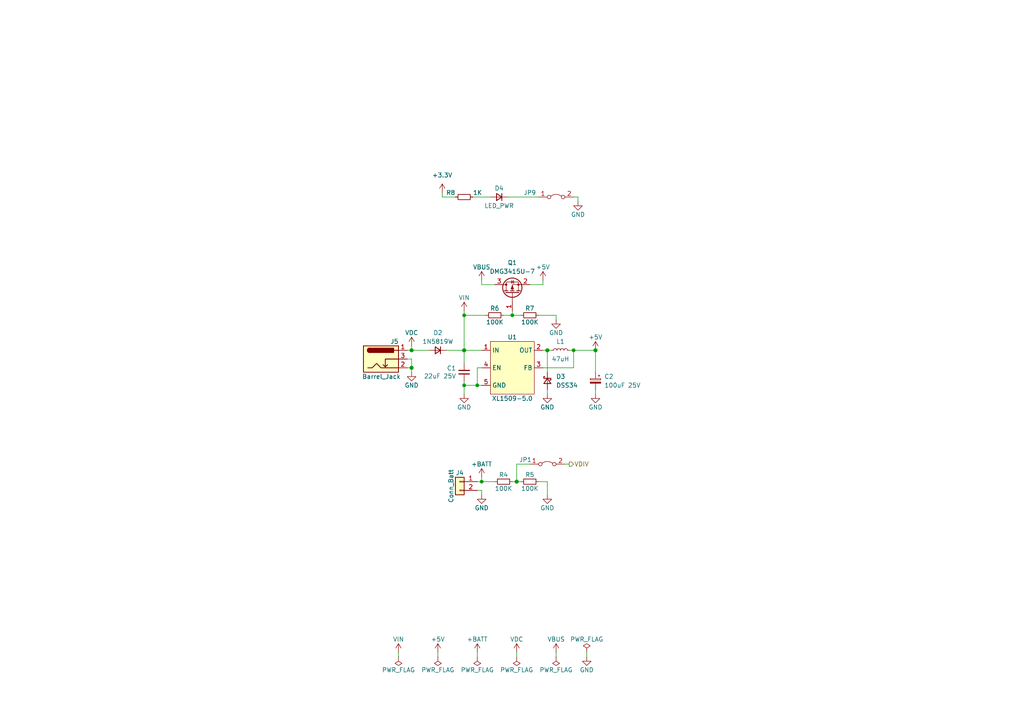
<source format=kicad_sch>
(kicad_sch (version 20231120) (generator "eeschema") (generator_version "8.0")
  (paper "A4")
  (lib_symbols
    (symbol "Connector:Barrel_Jack_Switch" (pin_names hide)
      (property "Reference" "J" (at 0 5.334 0))
      (property "Value" "Barrel_Jack_Switch" (at 0 -5.08 0))
      (symbol "Barrel_Jack_Switch_0_1"
        (rectangle (start -5.08 3.81) (end 5.08 -3.81) (stroke (width 0.254)) (fill (type background)))
        (arc (start -3.302 3.175) (mid -3.9342 2.54) (end -3.302 1.905) (stroke (width 0.254)))
        (arc (start -3.302 3.175) (mid -3.9342 2.54) (end -3.302 1.905) (stroke (width 0.254)) (fill (type outline)))
        (polyline (pts (xy 1.27 -2.286) (xy 1.905 -1.651)) (stroke (width 0.254)))
        (polyline (pts (xy 5.08 2.54) (xy 3.81 2.54)) (stroke (width 0.254)))
        (polyline (pts (xy 5.08 0) (xy 1.27 0) (xy 1.27 -2.286) (xy 0.635 -1.651)) (stroke (width 0.254)))
        (polyline (pts (xy -3.81 -2.54) (xy -2.54 -2.54) (xy -1.27 -1.27) (xy 0 -2.54) (xy 2.54 -2.54) (xy 5.08 -2.54)) (stroke (width 0.254)))
        (rectangle (start 3.683 3.175) (end -3.302 1.905) (stroke (width 0.254)) (fill (type outline)))
      )
      (symbol "Barrel_Jack_Switch_1_1"
        (pin passive line (at 7.62 2.54 180) (length 2.54) (name "~") (number "1"))
        (pin passive line (at 7.62 -2.54 180) (length 2.54) (name "~") (number "2"))
        (pin passive line (at 7.62 0 180) (length 2.54) (name "~") (number "3"))
      )
    )
    (symbol "Connector_Generic:Conn_01x02" (pin_names (offset 1.016) hide)
      (property "Reference" "J" (at 0 2.54 0))
      (property "Value" "Conn_01x02" (at 0 -5.08 0))
      (symbol "Conn_01x02_1_1"
        (rectangle (start -1.27 -2.413) (end 0 -2.667) (stroke (width 0.1524)))
        (rectangle (start -1.27 0.127) (end 0 -0.127) (stroke (width 0.1524)))
        (rectangle (start -1.27 1.27) (end 1.27 -3.81) (stroke (width 0.254)) (fill (type background)))
        (pin passive line (at -5.08 0 0) (length 3.81) (name "Pin_1") (number "1"))
        (pin passive line (at -5.08 -2.54 0) (length 3.81) (name "Pin_2") (number "2"))
      )
    )
    (symbol "Device:C_Polarized_Small" (pin_numbers hide) (pin_names (offset 0.254) hide)
      (property "Reference" "C" (at 0.254 1.778 0))
      (property "Value" "C_Polarized_Small" (at 0.254 -2.032 0))
      (symbol "C_Polarized_Small_0_1"
        (rectangle (start -1.524 -0.3048) (end 1.524 -0.6858) (fill (type outline)))
        (rectangle (start -1.524 0.6858) (end 1.524 0.3048))
        (polyline (pts (xy -1.27 1.524) (xy -0.762 1.524)))
        (polyline (pts (xy -1.016 1.27) (xy -1.016 1.778)))
      )
      (symbol "C_Polarized_Small_1_1"
        (pin passive line (at 0 2.54 270) (length 1.8542) (name "~") (number "1"))
        (pin passive line (at 0 -2.54 90) (length 1.8542) (name "~") (number "2"))
      )
    )
    (symbol "Device:C_Small" (pin_numbers hide) (pin_names (offset 0.254) hide)
      (property "Reference" "C" (at 0.254 1.778 0))
      (property "Value" "C_Small" (at 0.254 -2.032 0))
      (symbol "C_Small_0_1"
        (polyline (pts (xy -1.524 -0.508) (xy 1.524 -0.508)) (stroke (width 0.3302)))
        (polyline (pts (xy -1.524 0.508) (xy 1.524 0.508)) (stroke (width 0.3048)))
      )
      (symbol "C_Small_1_1"
        (pin passive line (at 0 2.54 270) (length 2.032) (name "~") (number "1"))
        (pin passive line (at 0 -2.54 90) (length 2.032) (name "~") (number "2"))
      )
    )
    (symbol "Device:D_Schottky_Small" (pin_numbers hide) (pin_names (offset 0.254) hide)
      (property "Reference" "D" (at -1.27 2.032 0))
      (property "Value" "D_Schottky_Small" (at -7.112 -2.032 0))
      (symbol "D_Schottky_Small_0_1"
        (polyline (pts (xy -0.762 0) (xy 0.762 0)))
        (polyline (pts (xy 0.762 -1.016) (xy -0.762 0) (xy 0.762 1.016) (xy 0.762 -1.016)) (stroke (width 0.254)))
        (polyline (pts (xy -1.27 0.762) (xy -1.27 1.016) (xy -0.762 1.016) (xy -0.762 -1.016) (xy -0.254 -1.016) (xy -0.254 -0.762)) (stroke (width 0.254)))
      )
      (symbol "D_Schottky_Small_1_1"
        (pin passive line (at -2.54 0 0) (length 1.778) (name "K") (number "1"))
        (pin passive line (at 2.54 0 180) (length 1.778) (name "A") (number "2"))
      )
    )
    (symbol "Device:D_Small" (pin_numbers hide) (pin_names (offset 0.254) hide)
      (property "Reference" "D" (at -1.27 2.032 0))
      (property "Value" "D_Small" (at -3.81 -2.032 0))
      (symbol "D_Small_0_1"
        (polyline (pts (xy -0.762 -1.016) (xy -0.762 1.016)) (stroke (width 0.254)))
        (polyline (pts (xy -0.762 0) (xy 0.762 0)))
        (polyline (pts (xy 0.762 -1.016) (xy -0.762 0) (xy 0.762 1.016) (xy 0.762 -1.016)) (stroke (width 0.254)))
      )
      (symbol "D_Small_1_1"
        (pin passive line (at -2.54 0 0) (length 1.778) (name "K") (number "1"))
        (pin passive line (at 2.54 0 180) (length 1.778) (name "A") (number "2"))
      )
    )
    (symbol "Device:L_Small" (pin_numbers hide) (pin_names (offset 0.254) hide)
      (property "Reference" "L" (at 0.762 1.016 0))
      (property "Value" "L_Small" (at 0.762 -1.016 0))
      (symbol "L_Small_0_1"
        (arc (start 0 -2.032) (mid 0.5058 -1.524) (end 0 -1.016))
        (arc (start 0 -1.016) (mid 0.5058 -0.508) (end 0 0))
        (arc (start 0 0) (mid 0.5058 0.508) (end 0 1.016))
        (arc (start 0 1.016) (mid 0.5058 1.524) (end 0 2.032))
      )
      (symbol "L_Small_1_1"
        (pin passive line (at 0 2.54 270) (length 0.508) (name "~") (number "1"))
        (pin passive line (at 0 -2.54 90) (length 0.508) (name "~") (number "2"))
      )
    )
    (symbol "Device:R_Small" (pin_numbers hide) (pin_names (offset 0.254) hide)
      (property "Reference" "R" (at 0.762 0.508 0))
      (property "Value" "R_Small" (at 0.762 -1.016 0))
      (symbol "R_Small_0_1"
        (rectangle (start -0.762 1.778) (end 0.762 -1.778) (stroke (width 0.2032)))
      )
      (symbol "R_Small_1_1"
        (pin passive line (at 0 2.54 270) (length 0.762) (name "~") (number "1"))
        (pin passive line (at 0 -2.54 90) (length 0.762) (name "~") (number "2"))
      )
    )
    (symbol "Jumper:Jumper_2_Bridged" (pin_names (offset 0) hide)
      (property "Reference" "JP" (at 0 1.905 0))
      (property "Value" "Jumper_2_Bridged" (at 0 -2.54 0))
      (symbol "Jumper_2_Bridged_0_0"
        (circle (center -2.032 0) (radius 0.508))
        (circle (center 2.032 0) (radius 0.508))
      )
      (symbol "Jumper_2_Bridged_0_1"
        (arc (start 1.524 0.254) (mid 0 0.762) (end -1.524 0.254))
      )
      (symbol "Jumper_2_Bridged_1_1"
        (pin passive line (at -5.08 0 0) (length 2.54) (name "A") (number "1"))
        (pin passive line (at 5.08 0 180) (length 2.54) (name "B") (number "2"))
      )
    )
    (symbol "Regulator_Switching_Extra:XL1509-5.0"
      (property "Reference" "U" (at 6.35 8.89 0))
      (property "Value" "XL1509-5.0" (at 0 -8.89 0))
      (symbol "XL1509-5.0_0_0"
        (pin passive line (at -8.89 -5.08 0) (length 2.54) hide (name "GND") (number "6"))
        (pin passive line (at -8.89 -5.08 0) (length 2.54) hide (name "GND") (number "7"))
        (pin passive line (at -8.89 -5.08 0) (length 2.54) hide (name "GND") (number "8"))
      )
      (symbol "XL1509-5.0_0_1"
        (rectangle (start -6.35 7.62) (end 6.35 -7.62) (fill (type background)))
      )
      (symbol "XL1509-5.0_1_1"
        (pin power_in line (at -8.89 5.08 0) (length 2.54) (name "IN") (number "1"))
        (pin power_out line (at 8.89 5.08 180) (length 2.54) (name "OUT") (number "2"))
        (pin input line (at 8.89 0 180) (length 2.54) (name "FB") (number "3"))
        (pin input line (at -8.89 0 0) (length 2.54) (name "EN") (number "4"))
        (pin power_in line (at -8.89 -5.08 0) (length 2.54) (name "GND") (number "5"))
      )
    )
    (symbol "Transistor_FET:BSS84" (pin_names hide)
      (property "Reference" "Q" (at 5.08 1.905 0))
      (property "Value" "BSS84" (at 5.08 0 0))
      (symbol "BSS84_0_1"
        (polyline (pts (xy 0.254 0) (xy -2.54 0)))
        (polyline (pts (xy 0.254 1.905) (xy 0.254 -1.905)) (stroke (width 0.254)))
        (polyline (pts (xy 0.762 -1.27) (xy 0.762 -2.286)) (stroke (width 0.254)))
        (polyline (pts (xy 0.762 0.508) (xy 0.762 -0.508)) (stroke (width 0.254)))
        (polyline (pts (xy 0.762 2.286) (xy 0.762 1.27)) (stroke (width 0.254)))
        (polyline (pts (xy 2.54 2.54) (xy 2.54 1.778)))
        (polyline (pts (xy 2.54 -2.54) (xy 2.54 0) (xy 0.762 0)))
        (polyline (pts (xy 0.762 1.778) (xy 3.302 1.778) (xy 3.302 -1.778) (xy 0.762 -1.778)))
        (polyline (pts (xy 2.286 0) (xy 1.27 0.381) (xy 1.27 -0.381) (xy 2.286 0)) (fill (type outline)))
        (polyline (pts (xy 2.794 -0.508) (xy 2.921 -0.381) (xy 3.683 -0.381) (xy 3.81 -0.254)))
        (polyline (pts (xy 3.302 -0.381) (xy 2.921 0.254) (xy 3.683 0.254) (xy 3.302 -0.381)))
        (circle (center 1.651 0) (radius 2.794) (stroke (width 0.254)))
        (circle (center 2.54 -1.778) (radius 0.254) (fill (type outline)))
        (circle (center 2.54 1.778) (radius 0.254) (fill (type outline)))
      )
      (symbol "BSS84_1_1"
        (pin input line (at -5.08 0 0) (length 2.54) (name "G") (number "1"))
        (pin passive line (at 2.54 -5.08 90) (length 2.54) (name "S") (number "2"))
        (pin passive line (at 2.54 5.08 270) (length 2.54) (name "D") (number "3"))
      )
    )
    (symbol "power:+3.3V" (power) (pin_numbers hide) (pin_names (offset 0) hide)
      (property "Value" "+3.3V" (at 0 3.556 0))
      (symbol "+3.3V_0_1"
        (polyline (pts (xy -0.762 1.27) (xy 0 2.54)))
        (polyline (pts (xy 0 0) (xy 0 2.54)))
        (polyline (pts (xy 0 2.54) (xy 0.762 1.27)))
      )
      (symbol "+3.3V_1_1"
        (pin power_in line (at 0 0 90) (length 0) (name "~") (number "1"))
      )
    )
    (symbol "power:+5V" (power) (pin_names (offset 0))
      (property "Value" "+5V" (at 0 3.556 0))
      (symbol "+5V_0_1"
        (polyline (pts (xy -0.762 1.27) (xy 0 2.54)))
        (polyline (pts (xy 0 0) (xy 0 2.54)))
        (polyline (pts (xy 0 2.54) (xy 0.762 1.27)))
      )
      (symbol "+5V_1_1"
        (pin power_in line (at 0 0 90) (length 0) hide (name "+5V") (number "1"))
      )
    )
    (symbol "power:+BATT" (power) (pin_names (offset 0))
      (property "Value" "+BATT" (at 0 3.556 0))
      (symbol "+BATT_0_1"
        (polyline (pts (xy -0.762 1.27) (xy 0 2.54)))
        (polyline (pts (xy 0 0) (xy 0 2.54)))
        (polyline (pts (xy 0 2.54) (xy 0.762 1.27)))
      )
      (symbol "+BATT_1_1"
        (pin power_in line (at 0 0 90) (length 0) hide (name "+BATT") (number "1"))
      )
    )
    (symbol "power:GND" (power) (pin_names (offset 0))
      (property "Value" "GND" (at 0 -3.81 0))
      (symbol "GND_0_1"
        (polyline (pts (xy 0 0) (xy 0 -1.27) (xy 1.27 -1.27) (xy 0 -2.54) (xy -1.27 -1.27) (xy 0 -1.27)))
      )
      (symbol "GND_1_1"
        (pin power_in line (at 0 0 270) (length 0) hide (name "GND") (number "1"))
      )
    )
    (symbol "power:PWR_FLAG" (power) (pin_numbers hide) (pin_names (offset 0) hide)
      (property "Value" "PWR_FLAG" (at 0 3.81 0))
      (symbol "PWR_FLAG_0_0"
        (pin power_out line (at 0 0 90) (length 0) (name "pwr") (number "1"))
      )
      (symbol "PWR_FLAG_0_1"
        (polyline (pts (xy 0 0) (xy 0 1.27) (xy -1.016 1.905) (xy 0 2.54) (xy 1.016 1.905) (xy 0 1.27)))
      )
    )
    (symbol "power:VBUS" (power) (pin_names (offset 0))
      (property "Value" "VBUS" (at 0 3.81 0))
      (symbol "VBUS_0_1"
        (polyline (pts (xy -0.762 1.27) (xy 0 2.54)))
        (polyline (pts (xy 0 0) (xy 0 2.54)))
        (polyline (pts (xy 0 2.54) (xy 0.762 1.27)))
      )
      (symbol "VBUS_1_1"
        (pin power_in line (at 0 0 90) (length 0) hide (name "VBUS") (number "1"))
      )
    )
    (symbol "power:VD" (power) (pin_names (offset 0))
      (property "Value" "VD" (at 0 3.81 0))
      (symbol "VD_0_1"
        (polyline (pts (xy -0.762 1.27) (xy 0 2.54)))
        (polyline (pts (xy 0 0) (xy 0 2.54)))
        (polyline (pts (xy 0 2.54) (xy 0.762 1.27)))
      )
      (symbol "VD_1_1"
        (pin power_in line (at 0 0 90) (length 0) hide (name "VD") (number "1"))
      )
    )
    (symbol "power:VDC" (power) (pin_names (offset 0))
      (property "Value" "VDC" (at 0 6.35 0))
      (symbol "VDC_0_1"
        (polyline (pts (xy -0.762 1.27) (xy 0 2.54)))
        (polyline (pts (xy 0 0) (xy 0 2.54)))
        (polyline (pts (xy 0 2.54) (xy 0.762 1.27)))
      )
      (symbol "VDC_1_1"
        (pin power_in line (at 0 0 90) (length 0) hide (name "VDC") (number "1"))
      )
    )
  )
  (junction (at 134.62 91.44))
  (junction (at 158.75 101.6) (diameter 1.016))
  (junction (at 134.62 101.6) (diameter 1.016))
  (junction (at 119.38 101.6) (diameter 1.016))
  (junction (at 172.72 101.6) (diameter 1.016))
  (junction (at 139.7 139.7))
  (junction (at 149.86 139.7) (diameter 1.016))
  (junction (at 166.37 101.6))
  (junction (at 134.62 111.76))
  (junction (at 138.43 111.76))
  (junction (at 119.38 106.68) (diameter 1.016))
  (junction (at 148.59 91.44))
  (wire (pts (xy 148.59 91.44) (xy 146.05 91.44)))
  (wire (pts (xy 138.43 189.23) (xy 138.43 190.5)))
  (wire (pts (xy 139.7 138.43) (xy 139.7 139.7)))
  (wire (pts (xy 118.11 104.14) (xy 119.38 104.14)))
  (wire (pts (xy 119.38 104.14) (xy 119.38 106.68)))
  (wire (pts (xy 139.7 106.68) (xy 138.43 106.68)))
  (wire (pts (xy 119.38 101.6) (xy 119.38 100.33)))
  (wire (pts (xy 166.37 101.6) (xy 166.37 106.68)))
  (wire (pts (xy 167.64 57.15) (xy 167.64 58.42)))
  (wire (pts (xy 172.72 101.6) (xy 172.72 107.95)))
  (wire (pts (xy 134.62 91.44) (xy 134.62 101.6)))
  (wire (pts (xy 119.38 101.6) (xy 124.46 101.6)))
  (wire (pts (xy 166.37 101.6) (xy 172.72 101.6)))
  (wire (pts (xy 165.1 101.6) (xy 166.37 101.6)))
  (wire (pts (xy 138.43 142.24) (xy 139.7 142.24)))
  (wire (pts (xy 119.38 106.68) (xy 119.38 107.95)))
  (wire (pts (xy 161.29 189.23) (xy 161.29 190.5)))
  (wire (pts (xy 118.11 101.6) (xy 119.38 101.6)))
  (wire (pts (xy 149.86 134.62) (xy 149.86 139.7)))
  (wire (pts (xy 149.86 139.7) (xy 151.13 139.7)))
  (wire (pts (xy 134.62 111.76) (xy 134.62 114.3)))
  (wire (pts (xy 137.16 57.15) (xy 142.24 57.15)))
  (wire (pts (xy 158.75 101.6) (xy 160.02 101.6)))
  (wire (pts (xy 139.7 142.24) (xy 139.7 143.51)))
  (wire (pts (xy 134.62 110.49) (xy 134.62 111.76)))
  (wire (pts (xy 156.21 139.7) (xy 158.75 139.7)))
  (wire (pts (xy 157.48 81.28) (xy 157.48 82.55)))
  (wire (pts (xy 163.83 134.62) (xy 165.1 134.62)))
  (wire (pts (xy 139.7 139.7) (xy 143.51 139.7)))
  (wire (pts (xy 139.7 82.55) (xy 143.51 82.55)))
  (wire (pts (xy 148.59 91.44) (xy 151.13 91.44)))
  (wire (pts (xy 161.29 91.44) (xy 161.29 92.71)))
  (wire (pts (xy 153.67 82.55) (xy 157.48 82.55)))
  (wire (pts (xy 172.72 113.03) (xy 172.72 114.3)))
  (wire (pts (xy 147.32 57.15) (xy 156.21 57.15)))
  (wire (pts (xy 134.62 91.44) (xy 140.97 91.44)))
  (wire (pts (xy 128.27 57.15) (xy 132.08 57.15)))
  (wire (pts (xy 157.48 106.68) (xy 166.37 106.68)))
  (wire (pts (xy 115.57 189.23) (xy 115.57 190.5)))
  (wire (pts (xy 128.27 57.15) (xy 128.27 55.88)))
  (wire (pts (xy 138.43 106.68) (xy 138.43 111.76)))
  (wire (pts (xy 170.18 189.23) (xy 170.18 190.5)))
  (wire (pts (xy 134.62 101.6) (xy 134.62 105.41)))
  (wire (pts (xy 138.43 111.76) (xy 139.7 111.76)))
  (wire (pts (xy 157.48 101.6) (xy 158.75 101.6)))
  (wire (pts (xy 129.54 101.6) (xy 134.62 101.6)))
  (wire (pts (xy 158.75 139.7) (xy 158.75 143.51)))
  (wire (pts (xy 158.75 107.95) (xy 158.75 101.6)))
  (wire (pts (xy 127 189.23) (xy 127 190.5)))
  (wire (pts (xy 134.62 111.76) (xy 138.43 111.76)))
  (wire (pts (xy 134.62 101.6) (xy 139.7 101.6)))
  (wire (pts (xy 138.43 139.7) (xy 139.7 139.7)))
  (wire (pts (xy 166.37 57.15) (xy 167.64 57.15)))
  (wire (pts (xy 134.62 90.17) (xy 134.62 91.44)))
  (wire (pts (xy 139.7 81.28) (xy 139.7 82.55)))
  (wire (pts (xy 148.59 139.7) (xy 149.86 139.7)))
  (wire (pts (xy 158.75 113.03) (xy 158.75 114.3)))
  (wire (pts (xy 156.21 91.44) (xy 161.29 91.44)))
  (wire (pts (xy 118.11 106.68) (xy 119.38 106.68)))
  (wire (pts (xy 149.86 189.23) (xy 149.86 190.5)))
  (wire (pts (xy 149.86 134.62) (xy 153.67 134.62)))
  (wire (pts (xy 148.59 91.44) (xy 148.59 90.17)))
  (hierarchical_label "VDIV" (shape output) (at 165.1 134.62 0))
  (symbol (lib_id "Connector_Generic:Conn_01x02") (at 133.35 139.7 0) (mirror y) (unit 1)
    (property "Reference" "J4" (at 133.35 137.16 0))
    (property "Value" "Conn_Batt" (at 130.81 140.97 90))
    (property "Footprint" "Connector_JST:JST_PH_S2B-PH-SM4-TB_1x02-1MP_P2.00mm_Horizontal" (effects (hide yes)))
    (property "LCSC" "C47647" (effects (hide yes)))
  )
  (symbol (lib_id "Device:R_Small") (at 153.67 91.44 90) (mirror x) (unit 1)
    (property "Reference" "R7" (at 153.67 90.17 90) (effects (justify bottom)))
    (property "Value" "100K" (at 153.67 92.71 90) (effects (justify top)))
    (property "Footprint" "Resistor_SMD:R_0603_1608Metric" (effects (hide yes)))
  )
  (symbol (lib_id "power:+5V") (at 127 189.23 0) (unit 1)
    (property "Reference" "#PWR045" (effects (hide yes)))
    (property "Value" "+5V" (at 127 185.42 0))
    (property "Description" "Power symbol creates a global label with name \"+5V\"" (effects (hide yes)))
  )
  (symbol (lib_id "power:+3.3V") (at 128.27 55.88 0) (unit 1)
    (property "Reference" "#PWR035" (effects (hide yes)))
    (property "Value" "+3.3V" (at 128.27 50.8 0))
    (property "Description" "Power symbol creates a global label with name \"+3.3V\"" (effects (hide yes)))
  )
  (symbol (lib_id "Jumper:Jumper_2_Bridged") (at 158.75 134.62 0) (unit 1)
    (property "Reference" "JP1" (at 152.4 133.35 0))
    (property "Value" "JP_VDIV" (effects (hide yes)))
    (property "Footprint" "Jumper:SolderJumper-2_P1.3mm_Bridged_RoundedPad1.0x1.5mm" (effects (hide yes)))
    (property "Description" "Jumper, 2-pole, closed/bridged" (effects (hide yes)))
  )
  (symbol (lib_id "Device:R_Small") (at 143.51 91.44 90) (mirror x) (unit 1)
    (property "Reference" "R6" (at 143.51 90.17 90) (effects (justify bottom)))
    (property "Value" "100K" (at 143.51 92.71 90) (effects (justify top)))
    (property "Footprint" "Resistor_SMD:R_0603_1608Metric" (effects (hide yes)))
  )
  (symbol (lib_id "Device:C_Polarized_Small") (at 172.72 110.49 0) (mirror y) (unit 1)
    (property "Reference" "C2" (at 175.26 109.22 0) (effects (justify right)))
    (property "Value" "100uF 25V" (at 175.26 111.76 0) (effects (justify right)))
    (property "Footprint" "Capacitor_SMD:CP_Elec_6.3x4.9" (effects (hide yes)))
    (property "LCSC" "C72477" (effects (hide yes)))
  )
  (symbol (lib_id "power:PWR_FLAG") (at 149.86 190.5 180) (unit 1)
    (property "Reference" "#FLG04" (effects (hide yes)))
    (property "Value" "PWR_FLAG" (at 149.86 194.31 0))
    (property "Description" "Special symbol for telling ERC where power comes from" (effects (hide yes)))
  )
  (symbol (lib_id "power:+5V") (at 157.48 81.28 0) (unit 1)
    (property "Reference" "#PWR018" (effects (hide yes)))
    (property "Value" "+5V" (at 157.48 77.47 0))
    (property "Description" "Power symbol creates a global label with name \"+5V\"" (effects (hide yes)))
  )
  (symbol (lib_id "power:+BATT") (at 139.7 138.43 0) (unit 1)
    (property "Reference" "#PWR06" (effects (hide yes)))
    (property "Value" "+BATT" (at 139.7 134.62 0))
    (property "Description" "Power symbol creates a global label with name \"+BATT\"" (effects (hide yes)))
  )
  (symbol (lib_id "power:GND") (at 161.29 92.71 0) (mirror y) (unit 1)
    (property "Reference" "#PWR020" (effects (hide yes)))
    (property "Value" "GND" (at 161.29 96.52 0))
    (property "Description" "Power symbol creates a global label with name \"GND\" , ground" (effects (hide yes)))
  )
  (symbol (lib_id "power:VDC") (at 149.86 189.23 0) (unit 1)
    (property "Reference" "#PWR047" (effects (hide yes)))
    (property "Value" "VDC" (at 149.86 185.42 0))
    (property "Description" "Power symbol creates a global label with name \"VDC\"" (effects (hide yes)))
  )
  (symbol (lib_id "power:VDC") (at 119.38 100.33 0) (unit 1)
    (property "Reference" "#PWR012" (effects (hide yes)))
    (property "Value" "VDC" (at 119.38 96.52 0))
    (property "Description" "Power symbol creates a global label with name \"VDC\"" (effects (hide yes)))
  )
  (symbol (lib_id "power:GND") (at 172.72 114.3 0) (mirror y) (unit 1)
    (property "Reference" "#PWR022" (effects (hide yes)))
    (property "Value" "GND" (at 172.72 118.11 0))
    (property "Description" "Power symbol creates a global label with name \"GND\" , ground" (effects (hide yes)))
  )
  (symbol (lib_id "power:PWR_FLAG") (at 127 190.5 180) (unit 1)
    (property "Reference" "#FLG02" (effects (hide yes)))
    (property "Value" "PWR_FLAG" (at 127 194.31 0))
    (property "Description" "Special symbol for telling ERC where power comes from" (effects (hide yes)))
  )
  (symbol (lib_id "Device:D_Small") (at 127 101.6 0) (mirror y) (unit 1)
    (property "Reference" "D2" (at 127 96.52 0))
    (property "Value" "1N5819W" (at 127 99.06 0))
    (property "Footprint" "Diode_SMD:D_SOD-123" (effects (hide yes)))
    (property "Datasheet" "https://datasheet.lcsc.com/lcsc/1902261204_KEXIN-1N5819W_C369930.pdf" (effects (hide yes)))
    (property "LCSC" "C169540" (effects (hide yes)))
    (property "Sim.Device" "D" (effects (hide yes)))
    (property "Sim.Pins" "1=K 2=A" (effects (hide yes)))
  )
  (symbol (lib_id "power:GND") (at 158.75 114.3 0) (unit 1)
    (property "Reference" "#PWR019" (effects (hide yes)))
    (property "Value" "GND" (at 158.75 118.11 0))
    (property "Description" "Power symbol creates a global label with name \"GND\" , ground" (effects (hide yes)))
  )
  (symbol (lib_id "Device:R_Small") (at 153.67 139.7 90) (mirror x) (unit 1)
    (property "Reference" "R5" (at 153.67 138.43 90) (effects (justify bottom)))
    (property "Value" "100K" (at 153.67 140.97 90) (effects (justify top)))
    (property "Footprint" "Resistor_SMD:R_0603_1608Metric" (effects (hide yes)))
  )
  (symbol (lib_id "power:GND") (at 158.75 143.51 0) (mirror y) (unit 1)
    (property "Reference" "#PWR014" (effects (hide yes)))
    (property "Value" "GND" (at 158.75 147.32 0))
    (property "Description" "Power symbol creates a global label with name \"GND\" , ground" (effects (hide yes)))
  )
  (symbol (lib_id "Device:R_Small") (at 146.05 139.7 90) (mirror x) (unit 1)
    (property "Reference" "R4" (at 146.05 138.43 90) (effects (justify bottom)))
    (property "Value" "100K" (at 146.05 140.97 90) (effects (justify top)))
    (property "Footprint" "Resistor_SMD:R_0603_1608Metric" (effects (hide yes)))
  )
  (symbol (lib_id "Jumper:Jumper_2_Bridged") (at 161.29 57.15 0) (unit 1)
    (property "Reference" "JP9" (at 153.67 55.88 0))
    (property "Value" "JP_LED_PWR" (effects (hide yes)))
    (property "Footprint" "Jumper:SolderJumper-2_P1.3mm_Bridged_RoundedPad1.0x1.5mm" (effects (hide yes)))
    (property "Description" "Jumper, 2-pole, closed/bridged" (effects (hide yes)))
  )
  (symbol (lib_id "power:GND") (at 119.38 107.95 0) (unit 1)
    (property "Reference" "#PWR013" (effects (hide yes)))
    (property "Value" "GND" (at 119.38 111.76 0))
    (property "Description" "Power symbol creates a global label with name \"GND\" , ground" (effects (hide yes)))
  )
  (symbol (lib_id "power:GND") (at 170.18 190.5 0) (unit 1)
    (property "Reference" "#PWR049" (effects (hide yes)))
    (property "Value" "GND" (at 170.18 194.31 0))
    (property "Description" "Power symbol creates a global label with name \"GND\" , ground" (effects (hide yes)))
  )
  (symbol (lib_id "power:GND") (at 134.62 114.3 0) (mirror y) (unit 1)
    (property "Reference" "#PWR016" (effects (hide yes)))
    (property "Value" "GND" (at 134.62 118.11 0))
    (property "Description" "Power symbol creates a global label with name \"GND\" , ground" (effects (hide yes)))
  )
  (symbol (lib_id "Transistor_FET:BSS84") (at 148.59 85.09 90) (unit 1)
    (property "Reference" "Q1" (at 148.59 76.2 90))
    (property "Value" "DMG3415U-7" (at 148.59 78.74 90))
    (property "Footprint" "Package_TO_SOT_SMD:SOT-23" (effects (hide yes)))
    (property "LCSC" "C96616" (effects (hide yes)))
  )
  (symbol (lib_id "Regulator_Switching_Extra:XL1509-5.0") (at 148.59 106.68 0) (unit 1)
    (property "Reference" "U1" (at 148.59 97.79 0))
    (property "Value" "XL1509-5.0" (at 148.59 115.57 0))
    (property "Footprint" "Package_SO:SOP-8_3.9x4.9mm_P1.27mm" (effects (hide yes)))
    (property "Datasheet" "https://datasheet.lcsc.com/szlcsc/XLSEMI-XL1509-5-0E1_C61063.pdf" (effects (hide yes)))
    (property "LCSC" "C2902368" (effects (hide yes)))
  )
  (symbol (lib_id "power:PWR_FLAG") (at 138.43 190.5 180) (unit 1)
    (property "Reference" "#FLG03" (effects (hide yes)))
    (property "Value" "PWR_FLAG" (at 138.43 194.31 0))
    (property "Description" "Special symbol for telling ERC where power comes from" (effects (hide yes)))
  )
  (symbol (lib_id "power:VBUS") (at 139.7 81.28 0) (unit 1)
    (property "Reference" "#PWR017" (effects (hide yes)))
    (property "Value" "VBUS" (at 139.7 77.47 0))
    (property "Description" "Power symbol creates a global label with name \"VBUS\"" (effects (hide yes)))
  )
  (symbol (lib_id "Device:D_Small") (at 144.78 57.15 0) (mirror y) (unit 1)
    (property "Reference" "D4" (at 144.78 54.61 0))
    (property "Value" "LED_PWR" (at 144.78 59.69 0))
    (property "Footprint" "LED_SMD:LED_0603_1608Metric" (effects (hide yes)))
    (property "Sim.Device" "D" (effects (hide yes)))
    (property "Sim.Pins" "1=K 2=A" (effects (hide yes)))
  )
  (symbol (lib_id "power:GND") (at 167.64 58.42 0) (unit 1)
    (property "Reference" "#PWR023" (effects (hide yes)))
    (property "Value" "GND" (at 167.64 62.23 0))
    (property "Description" "Power symbol creates a global label with name \"GND\" , ground" (effects (hide yes)))
  )
  (symbol (lib_id "power:PWR_FLAG") (at 161.29 190.5 180) (unit 1)
    (property "Reference" "#FLG05" (effects (hide yes)))
    (property "Value" "PWR_FLAG" (at 161.29 194.31 0))
    (property "Description" "Special symbol for telling ERC where power comes from" (effects (hide yes)))
  )
  (symbol (lib_id "power:VD") (at 115.57 189.23 0) (unit 1)
    (property "Reference" "#PWR044" (effects (hide yes)))
    (property "Value" "VIN" (at 115.57 185.42 0))
    (property "Description" "Power symbol creates a global label with name \"VD\"" (effects (hide yes)))
  )
  (symbol (lib_id "Device:R_Small") (at 134.62 57.15 90) (unit 1)
    (property "Reference" "R8" (at 132.08 55.88 90) (effects (justify left)))
    (property "Value" "1K" (at 137.16 55.88 90) (effects (justify right)))
    (property "Footprint" "Resistor_SMD:R_0603_1608Metric" (effects (hide yes)))
  )
  (symbol (lib_id "power:VBUS") (at 161.29 189.23 0) (unit 1)
    (property "Reference" "#PWR048" (effects (hide yes)))
    (property "Value" "VBUS" (at 161.29 185.42 0))
    (property "Description" "Power symbol creates a global label with name \"VBUS\"" (effects (hide yes)))
  )
  (symbol (lib_id "Device:D_Schottky_Small") (at 158.75 110.49 90) (mirror x) (unit 1)
    (property "Reference" "D3" (at 161.29 109.22 90) (effects (justify right)))
    (property "Value" "DSS34" (at 161.29 111.76 90) (effects (justify right)))
    (property "Footprint" "Diode_SMD:D_SOD-123F" (effects (hide yes)))
    (property "Datasheet" "https://datasheet.lcsc.com/lcsc/1811101610_Changzhou-Starsea-Elec-DSS34_C84632.pdf" (effects (hide yes)))
    (property "LCSC" "C2923958" (effects (hide yes)))
  )
  (symbol (lib_id "power:+BATT") (at 138.43 189.23 0) (unit 1)
    (property "Reference" "#PWR046" (effects (hide yes)))
    (property "Value" "+BATT" (at 138.43 185.42 0))
    (property "Description" "Power symbol creates a global label with name \"+BATT\"" (effects (hide yes)))
  )
  (symbol (lib_id "Device:L_Small") (at 162.56 101.6 90) (unit 1)
    (property "Reference" "L1" (at 162.56 99.06 90))
    (property "Value" "47uH" (at 162.56 104.14 90))
    (property "Footprint" "Inductor_SMD:L_Bourns_SRP7028A_7.3x6.6mm" (effects (hide yes)))
    (property "Datasheet" "https://datasheet.lcsc.com/lcsc/1809291526_SXN-Shun-Xiang-Nuo-Elec-SMMS0650-470M_C149588.pdf" (effects (hide yes)))
    (property "LCSC" "C149588" (effects (hide yes)))
  )
  (symbol (lib_id "power:+5V") (at 172.72 101.6 0) (unit 1)
    (property "Reference" "#PWR021" (effects (hide yes)))
    (property "Value" "+5V" (at 172.72 97.79 0))
    (property "Description" "Power symbol creates a global label with name \"+5V\"" (effects (hide yes)))
  )
  (symbol (lib_id "Device:C_Small") (at 134.62 107.95 0) (mirror x) (unit 1)
    (property "Reference" "C1" (at 132.2958 106.8006 0) (effects (justify right)))
    (property "Value" "22uF 25V" (at 132.2958 109.0993 0) (effects (justify right)))
    (property "Footprint" "Capacitor_SMD:C_0805_2012Metric" (effects (hide yes)))
    (property "LCSC" "C45783" (effects (hide yes)))
  )
  (symbol (lib_id "Connector:Barrel_Jack_Switch") (at 110.49 104.14 0) (unit 1)
    (property "Reference" "J5" (at 114.427 99.06 0))
    (property "Value" "Barrel_Jack" (at 110.617 109.22 0))
    (property "Footprint" "Connector_BarrelJack:BarrelJack_Horizontal" (effects (hide yes)))
    (property "LCSC" "C16214" (effects (hide yes)))
  )
  (symbol (lib_id "power:PWR_FLAG") (at 115.57 190.5 180) (unit 1)
    (property "Reference" "#FLG01" (effects (hide yes)))
    (property "Value" "PWR_FLAG" (at 115.57 194.31 0))
    (property "Description" "Special symbol for telling ERC where power comes from" (effects (hide yes)))
  )
  (symbol (lib_id "power:GND") (at 139.7 143.51 0) (unit 1)
    (property "Reference" "#PWR011" (effects (hide yes)))
    (property "Value" "GND" (at 139.7 147.32 0))
    (property "Description" "Power symbol creates a global label with name \"GND\" , ground" (effects (hide yes)))
  )
  (symbol (lib_id "power:VD") (at 134.62 90.17 0) (unit 1)
    (property "Reference" "#PWR015" (effects (hide yes)))
    (property "Value" "VIN" (at 134.62 86.36 0))
    (property "Description" "Power symbol creates a global label with name \"VD\"" (effects (hide yes)))
  )
  (symbol (lib_id "power:PWR_FLAG") (at 170.18 189.23 0) (unit 1)
    (property "Reference" "#FLG06" (effects (hide yes)))
    (property "Value" "PWR_FLAG" (at 170.18 185.42 0))
    (property "Description" "Special symbol for telling ERC where power comes from" (effects (hide yes)))
  )
)
</source>
